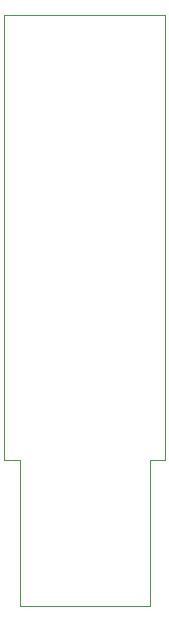
<source format=gbr>
G04 #@! TF.GenerationSoftware,KiCad,Pcbnew,5.1.5*
G04 #@! TF.CreationDate,2020-06-01T07:17:40+08:00*
G04 #@! TF.ProjectId,udisk,75646973-6b2e-46b6-9963-61645f706362,rev?*
G04 #@! TF.SameCoordinates,Original*
G04 #@! TF.FileFunction,Profile,NP*
%FSLAX46Y46*%
G04 Gerber Fmt 4.6, Leading zero omitted, Abs format (unit mm)*
G04 Created by KiCad (PCBNEW 5.1.5) date 2020-06-01 07:17:40*
%MOMM*%
%LPD*%
G04 APERTURE LIST*
%ADD10C,0.050000*%
G04 APERTURE END LIST*
D10*
X139450000Y-70450000D02*
X139450000Y-70450000D01*
X139450000Y-70450000D02*
X140750000Y-70450000D01*
X139450000Y-82800000D02*
X139450000Y-70450000D01*
X128450000Y-82800000D02*
X128450000Y-70450000D01*
X127150000Y-70450000D02*
X128450000Y-70450000D01*
X128450000Y-82800000D02*
X139450000Y-82800000D01*
X140750000Y-32800000D02*
X140750000Y-70450000D01*
X127150000Y-32800000D02*
X140750000Y-32800000D01*
X127150000Y-32800000D02*
X127150000Y-70450000D01*
M02*

</source>
